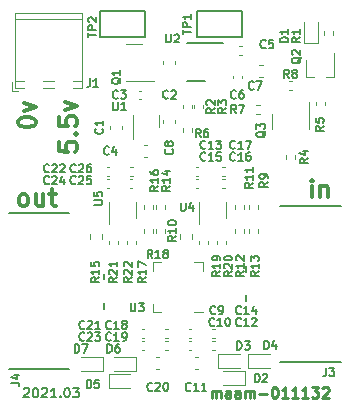
<source format=gto>
%TF.GenerationSoftware,KiCad,Pcbnew,5.99.0-unknown-b691c18bfc~117~ubuntu20.10.1*%
%TF.CreationDate,2021-03-07T12:14:31-07:00*%
%TF.ProjectId,maam-011132,6d61616d-2d30-4313-9131-33322e6b6963,rev?*%
%TF.SameCoordinates,Original*%
%TF.FileFunction,Legend,Top*%
%TF.FilePolarity,Positive*%
%FSLAX46Y46*%
G04 Gerber Fmt 4.6, Leading zero omitted, Abs format (unit mm)*
G04 Created by KiCad (PCBNEW 5.99.0-unknown-b691c18bfc~117~ubuntu20.10.1) date 2021-03-07 12:14:31*
%MOMM*%
%LPD*%
G01*
G04 APERTURE LIST*
%ADD10C,0.300000*%
%ADD11C,0.225000*%
%ADD12C,0.150000*%
%ADD13C,0.120000*%
G04 APERTURE END LIST*
D10*
X100535714Y-61928571D02*
X100392857Y-61857142D01*
X100321428Y-61785714D01*
X100250000Y-61642857D01*
X100250000Y-61214285D01*
X100321428Y-61071428D01*
X100392857Y-61000000D01*
X100535714Y-60928571D01*
X100750000Y-60928571D01*
X100892857Y-61000000D01*
X100964285Y-61071428D01*
X101035714Y-61214285D01*
X101035714Y-61642857D01*
X100964285Y-61785714D01*
X100892857Y-61857142D01*
X100750000Y-61928571D01*
X100535714Y-61928571D01*
X102321428Y-60928571D02*
X102321428Y-61928571D01*
X101678571Y-60928571D02*
X101678571Y-61714285D01*
X101750000Y-61857142D01*
X101892857Y-61928571D01*
X102107142Y-61928571D01*
X102250000Y-61857142D01*
X102321428Y-61785714D01*
X102821428Y-60928571D02*
X103392857Y-60928571D01*
X103035714Y-60428571D02*
X103035714Y-61714285D01*
X103107142Y-61857142D01*
X103250000Y-61928571D01*
X103392857Y-61928571D01*
X125071428Y-61178571D02*
X125071428Y-60178571D01*
X125071428Y-59678571D02*
X125000000Y-59750000D01*
X125071428Y-59821428D01*
X125142857Y-59750000D01*
X125071428Y-59678571D01*
X125071428Y-59821428D01*
X125785714Y-60178571D02*
X125785714Y-61178571D01*
X125785714Y-60321428D02*
X125857142Y-60250000D01*
X126000000Y-60178571D01*
X126214285Y-60178571D01*
X126357142Y-60250000D01*
X126428571Y-60392857D01*
X126428571Y-61178571D01*
X100178571Y-54882857D02*
X100178571Y-54740000D01*
X100250000Y-54597142D01*
X100321428Y-54525714D01*
X100464285Y-54454285D01*
X100750000Y-54382857D01*
X101107142Y-54382857D01*
X101392857Y-54454285D01*
X101535714Y-54525714D01*
X101607142Y-54597142D01*
X101678571Y-54740000D01*
X101678571Y-54882857D01*
X101607142Y-55025714D01*
X101535714Y-55097142D01*
X101392857Y-55168571D01*
X101107142Y-55240000D01*
X100750000Y-55240000D01*
X100464285Y-55168571D01*
X100321428Y-55097142D01*
X100250000Y-55025714D01*
X100178571Y-54882857D01*
X100678571Y-53882857D02*
X101678571Y-53525714D01*
X100678571Y-53168571D01*
D11*
X116571428Y-78157142D02*
X116571428Y-77557142D01*
X116571428Y-77642857D02*
X116614285Y-77600000D01*
X116700000Y-77557142D01*
X116828571Y-77557142D01*
X116914285Y-77600000D01*
X116957142Y-77685714D01*
X116957142Y-78157142D01*
X116957142Y-77685714D02*
X117000000Y-77600000D01*
X117085714Y-77557142D01*
X117214285Y-77557142D01*
X117300000Y-77600000D01*
X117342857Y-77685714D01*
X117342857Y-78157142D01*
X118157142Y-78157142D02*
X118157142Y-77685714D01*
X118114285Y-77600000D01*
X118028571Y-77557142D01*
X117857142Y-77557142D01*
X117771428Y-77600000D01*
X118157142Y-78114285D02*
X118071428Y-78157142D01*
X117857142Y-78157142D01*
X117771428Y-78114285D01*
X117728571Y-78028571D01*
X117728571Y-77942857D01*
X117771428Y-77857142D01*
X117857142Y-77814285D01*
X118071428Y-77814285D01*
X118157142Y-77771428D01*
X118971428Y-78157142D02*
X118971428Y-77685714D01*
X118928571Y-77600000D01*
X118842857Y-77557142D01*
X118671428Y-77557142D01*
X118585714Y-77600000D01*
X118971428Y-78114285D02*
X118885714Y-78157142D01*
X118671428Y-78157142D01*
X118585714Y-78114285D01*
X118542857Y-78028571D01*
X118542857Y-77942857D01*
X118585714Y-77857142D01*
X118671428Y-77814285D01*
X118885714Y-77814285D01*
X118971428Y-77771428D01*
X119400000Y-78157142D02*
X119400000Y-77557142D01*
X119400000Y-77642857D02*
X119442857Y-77600000D01*
X119528571Y-77557142D01*
X119657142Y-77557142D01*
X119742857Y-77600000D01*
X119785714Y-77685714D01*
X119785714Y-78157142D01*
X119785714Y-77685714D02*
X119828571Y-77600000D01*
X119914285Y-77557142D01*
X120042857Y-77557142D01*
X120128571Y-77600000D01*
X120171428Y-77685714D01*
X120171428Y-78157142D01*
X120600000Y-77814285D02*
X121285714Y-77814285D01*
X121885714Y-77257142D02*
X121971428Y-77257142D01*
X122057142Y-77300000D01*
X122100000Y-77342857D01*
X122142857Y-77428571D01*
X122185714Y-77600000D01*
X122185714Y-77814285D01*
X122142857Y-77985714D01*
X122100000Y-78071428D01*
X122057142Y-78114285D01*
X121971428Y-78157142D01*
X121885714Y-78157142D01*
X121800000Y-78114285D01*
X121757142Y-78071428D01*
X121714285Y-77985714D01*
X121671428Y-77814285D01*
X121671428Y-77600000D01*
X121714285Y-77428571D01*
X121757142Y-77342857D01*
X121800000Y-77300000D01*
X121885714Y-77257142D01*
X123042857Y-78157142D02*
X122528571Y-78157142D01*
X122785714Y-78157142D02*
X122785714Y-77257142D01*
X122700000Y-77385714D01*
X122614285Y-77471428D01*
X122528571Y-77514285D01*
X123900000Y-78157142D02*
X123385714Y-78157142D01*
X123642857Y-78157142D02*
X123642857Y-77257142D01*
X123557142Y-77385714D01*
X123471428Y-77471428D01*
X123385714Y-77514285D01*
X124757142Y-78157142D02*
X124242857Y-78157142D01*
X124500000Y-78157142D02*
X124500000Y-77257142D01*
X124414285Y-77385714D01*
X124328571Y-77471428D01*
X124242857Y-77514285D01*
X125057142Y-77257142D02*
X125614285Y-77257142D01*
X125314285Y-77600000D01*
X125442857Y-77600000D01*
X125528571Y-77642857D01*
X125571428Y-77685714D01*
X125614285Y-77771428D01*
X125614285Y-77985714D01*
X125571428Y-78071428D01*
X125528571Y-78114285D01*
X125442857Y-78157142D01*
X125185714Y-78157142D01*
X125100000Y-78114285D01*
X125057142Y-78071428D01*
X125957142Y-77342857D02*
X126000000Y-77300000D01*
X126085714Y-77257142D01*
X126300000Y-77257142D01*
X126385714Y-77300000D01*
X126428571Y-77342857D01*
X126471428Y-77428571D01*
X126471428Y-77514285D01*
X126428571Y-77642857D01*
X125914285Y-78157142D01*
X126471428Y-78157142D01*
D10*
X103678571Y-56525714D02*
X103678571Y-57240000D01*
X104392857Y-57311428D01*
X104321428Y-57240000D01*
X104250000Y-57097142D01*
X104250000Y-56740000D01*
X104321428Y-56597142D01*
X104392857Y-56525714D01*
X104535714Y-56454285D01*
X104892857Y-56454285D01*
X105035714Y-56525714D01*
X105107142Y-56597142D01*
X105178571Y-56740000D01*
X105178571Y-57097142D01*
X105107142Y-57240000D01*
X105035714Y-57311428D01*
X105035714Y-55811428D02*
X105107142Y-55740000D01*
X105178571Y-55811428D01*
X105107142Y-55882857D01*
X105035714Y-55811428D01*
X105178571Y-55811428D01*
X103678571Y-54382857D02*
X103678571Y-55097142D01*
X104392857Y-55168571D01*
X104321428Y-55097142D01*
X104250000Y-54954285D01*
X104250000Y-54597142D01*
X104321428Y-54454285D01*
X104392857Y-54382857D01*
X104535714Y-54311428D01*
X104892857Y-54311428D01*
X105035714Y-54382857D01*
X105107142Y-54454285D01*
X105178571Y-54597142D01*
X105178571Y-54954285D01*
X105107142Y-55097142D01*
X105035714Y-55168571D01*
X104178571Y-53811428D02*
X105178571Y-53454285D01*
X104178571Y-53097142D01*
D12*
X100676190Y-77388095D02*
X100714285Y-77350000D01*
X100790476Y-77311904D01*
X100980952Y-77311904D01*
X101057142Y-77350000D01*
X101095238Y-77388095D01*
X101133333Y-77464285D01*
X101133333Y-77540476D01*
X101095238Y-77654761D01*
X100638095Y-78111904D01*
X101133333Y-78111904D01*
X101628571Y-77311904D02*
X101704761Y-77311904D01*
X101780952Y-77350000D01*
X101819047Y-77388095D01*
X101857142Y-77464285D01*
X101895238Y-77616666D01*
X101895238Y-77807142D01*
X101857142Y-77959523D01*
X101819047Y-78035714D01*
X101780952Y-78073809D01*
X101704761Y-78111904D01*
X101628571Y-78111904D01*
X101552380Y-78073809D01*
X101514285Y-78035714D01*
X101476190Y-77959523D01*
X101438095Y-77807142D01*
X101438095Y-77616666D01*
X101476190Y-77464285D01*
X101514285Y-77388095D01*
X101552380Y-77350000D01*
X101628571Y-77311904D01*
X102200000Y-77388095D02*
X102238095Y-77350000D01*
X102314285Y-77311904D01*
X102504761Y-77311904D01*
X102580952Y-77350000D01*
X102619047Y-77388095D01*
X102657142Y-77464285D01*
X102657142Y-77540476D01*
X102619047Y-77654761D01*
X102161904Y-78111904D01*
X102657142Y-78111904D01*
X103419047Y-78111904D02*
X102961904Y-78111904D01*
X103190476Y-78111904D02*
X103190476Y-77311904D01*
X103114285Y-77426190D01*
X103038095Y-77502380D01*
X102961904Y-77540476D01*
X103761904Y-78035714D02*
X103800000Y-78073809D01*
X103761904Y-78111904D01*
X103723809Y-78073809D01*
X103761904Y-78035714D01*
X103761904Y-78111904D01*
X104295238Y-77311904D02*
X104371428Y-77311904D01*
X104447619Y-77350000D01*
X104485714Y-77388095D01*
X104523809Y-77464285D01*
X104561904Y-77616666D01*
X104561904Y-77807142D01*
X104523809Y-77959523D01*
X104485714Y-78035714D01*
X104447619Y-78073809D01*
X104371428Y-78111904D01*
X104295238Y-78111904D01*
X104219047Y-78073809D01*
X104180952Y-78035714D01*
X104142857Y-77959523D01*
X104104761Y-77807142D01*
X104104761Y-77616666D01*
X104142857Y-77464285D01*
X104180952Y-77388095D01*
X104219047Y-77350000D01*
X104295238Y-77311904D01*
X104828571Y-77311904D02*
X105323809Y-77311904D01*
X105057142Y-77616666D01*
X105171428Y-77616666D01*
X105247619Y-77654761D01*
X105285714Y-77692857D01*
X105323809Y-77769047D01*
X105323809Y-77959523D01*
X105285714Y-78035714D01*
X105247619Y-78073809D01*
X105171428Y-78111904D01*
X104942857Y-78111904D01*
X104866666Y-78073809D01*
X104828571Y-78035714D01*
%TO.C,J4*%
X99601667Y-76858333D02*
X100101667Y-76858333D01*
X100201667Y-76891666D01*
X100268334Y-76958333D01*
X100301667Y-77058333D01*
X100301667Y-77125000D01*
X99835001Y-76225000D02*
X100301667Y-76225000D01*
X99568334Y-76391666D02*
X100068334Y-76558333D01*
X100068334Y-76125000D01*
%TO.C,R7*%
X118633333Y-54056666D02*
X118400000Y-53723333D01*
X118233333Y-54056666D02*
X118233333Y-53356666D01*
X118500000Y-53356666D01*
X118566666Y-53390000D01*
X118600000Y-53423333D01*
X118633333Y-53490000D01*
X118633333Y-53590000D01*
X118600000Y-53656666D01*
X118566666Y-53690000D01*
X118500000Y-53723333D01*
X118233333Y-53723333D01*
X118866666Y-53356666D02*
X119333333Y-53356666D01*
X119033333Y-54056666D01*
%TO.C,D4*%
X121033333Y-74016666D02*
X121033333Y-73316666D01*
X121200000Y-73316666D01*
X121300000Y-73350000D01*
X121366666Y-73416666D01*
X121400000Y-73483333D01*
X121433333Y-73616666D01*
X121433333Y-73716666D01*
X121400000Y-73850000D01*
X121366666Y-73916666D01*
X121300000Y-73983333D01*
X121200000Y-74016666D01*
X121033333Y-74016666D01*
X122033333Y-73550000D02*
X122033333Y-74016666D01*
X121866666Y-73283333D02*
X121700000Y-73783333D01*
X122133333Y-73783333D01*
%TO.C,R9*%
X121316666Y-59866666D02*
X120983333Y-60100000D01*
X121316666Y-60266666D02*
X120616666Y-60266666D01*
X120616666Y-60000000D01*
X120650000Y-59933333D01*
X120683333Y-59900000D01*
X120750000Y-59866666D01*
X120850000Y-59866666D01*
X120916666Y-59900000D01*
X120950000Y-59933333D01*
X120983333Y-60000000D01*
X120983333Y-60266666D01*
X121316666Y-59533333D02*
X121316666Y-59400000D01*
X121283333Y-59333333D01*
X121250000Y-59300000D01*
X121150000Y-59233333D01*
X121016666Y-59200000D01*
X120750000Y-59200000D01*
X120683333Y-59233333D01*
X120650000Y-59266666D01*
X120616666Y-59333333D01*
X120616666Y-59466666D01*
X120650000Y-59533333D01*
X120683333Y-59566666D01*
X120750000Y-59600000D01*
X120916666Y-59600000D01*
X120983333Y-59566666D01*
X121016666Y-59533333D01*
X121050000Y-59466666D01*
X121050000Y-59333333D01*
X121016666Y-59266666D01*
X120983333Y-59233333D01*
X120916666Y-59200000D01*
%TO.C,R11*%
X120066666Y-59950000D02*
X119733333Y-60183333D01*
X120066666Y-60350000D02*
X119366666Y-60350000D01*
X119366666Y-60083333D01*
X119400000Y-60016666D01*
X119433333Y-59983333D01*
X119500000Y-59950000D01*
X119600000Y-59950000D01*
X119666666Y-59983333D01*
X119700000Y-60016666D01*
X119733333Y-60083333D01*
X119733333Y-60350000D01*
X120066666Y-59283333D02*
X120066666Y-59683333D01*
X120066666Y-59483333D02*
X119366666Y-59483333D01*
X119466666Y-59550000D01*
X119533333Y-59616666D01*
X119566666Y-59683333D01*
X120066666Y-58616666D02*
X120066666Y-59016666D01*
X120066666Y-58816666D02*
X119366666Y-58816666D01*
X119466666Y-58883333D01*
X119533333Y-58950000D01*
X119566666Y-59016666D01*
%TO.C,R14*%
X113066666Y-60200000D02*
X112733333Y-60433333D01*
X113066666Y-60600000D02*
X112366666Y-60600000D01*
X112366666Y-60333333D01*
X112400000Y-60266666D01*
X112433333Y-60233333D01*
X112500000Y-60200000D01*
X112600000Y-60200000D01*
X112666666Y-60233333D01*
X112700000Y-60266666D01*
X112733333Y-60333333D01*
X112733333Y-60600000D01*
X113066666Y-59533333D02*
X113066666Y-59933333D01*
X113066666Y-59733333D02*
X112366666Y-59733333D01*
X112466666Y-59800000D01*
X112533333Y-59866666D01*
X112566666Y-59933333D01*
X112600000Y-58933333D02*
X113066666Y-58933333D01*
X112333333Y-59100000D02*
X112833333Y-59266666D01*
X112833333Y-58833333D01*
%TO.C,R3*%
X117816666Y-53606666D02*
X117483333Y-53840000D01*
X117816666Y-54006666D02*
X117116666Y-54006666D01*
X117116666Y-53740000D01*
X117150000Y-53673333D01*
X117183333Y-53640000D01*
X117250000Y-53606666D01*
X117350000Y-53606666D01*
X117416666Y-53640000D01*
X117450000Y-53673333D01*
X117483333Y-53740000D01*
X117483333Y-54006666D01*
X117116666Y-53373333D02*
X117116666Y-52940000D01*
X117383333Y-53173333D01*
X117383333Y-53073333D01*
X117416666Y-53006666D01*
X117450000Y-52973333D01*
X117516666Y-52940000D01*
X117683333Y-52940000D01*
X117750000Y-52973333D01*
X117783333Y-53006666D01*
X117816666Y-53073333D01*
X117816666Y-53273333D01*
X117783333Y-53340000D01*
X117750000Y-53373333D01*
%TO.C,Q2*%
X124133333Y-49316666D02*
X124100000Y-49383333D01*
X124033333Y-49450000D01*
X123933333Y-49550000D01*
X123900000Y-49616666D01*
X123900000Y-49683333D01*
X124066666Y-49650000D02*
X124033333Y-49716666D01*
X123966666Y-49783333D01*
X123833333Y-49816666D01*
X123600000Y-49816666D01*
X123466666Y-49783333D01*
X123400000Y-49716666D01*
X123366666Y-49650000D01*
X123366666Y-49516666D01*
X123400000Y-49450000D01*
X123466666Y-49383333D01*
X123600000Y-49350000D01*
X123833333Y-49350000D01*
X123966666Y-49383333D01*
X124033333Y-49450000D01*
X124066666Y-49516666D01*
X124066666Y-49650000D01*
X123433333Y-49083333D02*
X123400000Y-49050000D01*
X123366666Y-48983333D01*
X123366666Y-48816666D01*
X123400000Y-48750000D01*
X123433333Y-48716666D01*
X123500000Y-48683333D01*
X123566666Y-48683333D01*
X123666666Y-48716666D01*
X124066666Y-49116666D01*
X124066666Y-48683333D01*
%TO.C,R16*%
X112066666Y-60200000D02*
X111733333Y-60433333D01*
X112066666Y-60600000D02*
X111366666Y-60600000D01*
X111366666Y-60333333D01*
X111400000Y-60266666D01*
X111433333Y-60233333D01*
X111500000Y-60200000D01*
X111600000Y-60200000D01*
X111666666Y-60233333D01*
X111700000Y-60266666D01*
X111733333Y-60333333D01*
X111733333Y-60600000D01*
X112066666Y-59533333D02*
X112066666Y-59933333D01*
X112066666Y-59733333D02*
X111366666Y-59733333D01*
X111466666Y-59800000D01*
X111533333Y-59866666D01*
X111566666Y-59933333D01*
X111366666Y-58933333D02*
X111366666Y-59066666D01*
X111400000Y-59133333D01*
X111433333Y-59166666D01*
X111533333Y-59233333D01*
X111666666Y-59266666D01*
X111933333Y-59266666D01*
X112000000Y-59233333D01*
X112033333Y-59200000D01*
X112066666Y-59133333D01*
X112066666Y-59000000D01*
X112033333Y-58933333D01*
X112000000Y-58900000D01*
X111933333Y-58866666D01*
X111766666Y-58866666D01*
X111700000Y-58900000D01*
X111666666Y-58933333D01*
X111633333Y-59000000D01*
X111633333Y-59133333D01*
X111666666Y-59200000D01*
X111700000Y-59233333D01*
X111766666Y-59266666D01*
%TO.C,C12*%
X119050000Y-72000000D02*
X119016666Y-72033333D01*
X118916666Y-72066666D01*
X118850000Y-72066666D01*
X118750000Y-72033333D01*
X118683333Y-71966666D01*
X118650000Y-71900000D01*
X118616666Y-71766666D01*
X118616666Y-71666666D01*
X118650000Y-71533333D01*
X118683333Y-71466666D01*
X118750000Y-71400000D01*
X118850000Y-71366666D01*
X118916666Y-71366666D01*
X119016666Y-71400000D01*
X119050000Y-71433333D01*
X119716666Y-72066666D02*
X119316666Y-72066666D01*
X119516666Y-72066666D02*
X119516666Y-71366666D01*
X119450000Y-71466666D01*
X119383333Y-71533333D01*
X119316666Y-71566666D01*
X119983333Y-71433333D02*
X120016666Y-71400000D01*
X120083333Y-71366666D01*
X120250000Y-71366666D01*
X120316666Y-71400000D01*
X120350000Y-71433333D01*
X120383333Y-71500000D01*
X120383333Y-71566666D01*
X120350000Y-71666666D01*
X119950000Y-72066666D01*
X120383333Y-72066666D01*
%TO.C,C3*%
X108633333Y-52740000D02*
X108600000Y-52773333D01*
X108500000Y-52806666D01*
X108433333Y-52806666D01*
X108333333Y-52773333D01*
X108266666Y-52706666D01*
X108233333Y-52640000D01*
X108200000Y-52506666D01*
X108200000Y-52406666D01*
X108233333Y-52273333D01*
X108266666Y-52206666D01*
X108333333Y-52140000D01*
X108433333Y-52106666D01*
X108500000Y-52106666D01*
X108600000Y-52140000D01*
X108633333Y-52173333D01*
X108866666Y-52106666D02*
X109300000Y-52106666D01*
X109066666Y-52373333D01*
X109166666Y-52373333D01*
X109233333Y-52406666D01*
X109266666Y-52440000D01*
X109300000Y-52506666D01*
X109300000Y-52673333D01*
X109266666Y-52740000D01*
X109233333Y-52773333D01*
X109166666Y-52806666D01*
X108966666Y-52806666D01*
X108900000Y-52773333D01*
X108866666Y-52740000D01*
%TO.C,C25*%
X105050000Y-60000000D02*
X105016666Y-60033333D01*
X104916666Y-60066666D01*
X104850000Y-60066666D01*
X104750000Y-60033333D01*
X104683333Y-59966666D01*
X104650000Y-59900000D01*
X104616666Y-59766666D01*
X104616666Y-59666666D01*
X104650000Y-59533333D01*
X104683333Y-59466666D01*
X104750000Y-59400000D01*
X104850000Y-59366666D01*
X104916666Y-59366666D01*
X105016666Y-59400000D01*
X105050000Y-59433333D01*
X105316666Y-59433333D02*
X105350000Y-59400000D01*
X105416666Y-59366666D01*
X105583333Y-59366666D01*
X105650000Y-59400000D01*
X105683333Y-59433333D01*
X105716666Y-59500000D01*
X105716666Y-59566666D01*
X105683333Y-59666666D01*
X105283333Y-60066666D01*
X105716666Y-60066666D01*
X106350000Y-59366666D02*
X106016666Y-59366666D01*
X105983333Y-59700000D01*
X106016666Y-59666666D01*
X106083333Y-59633333D01*
X106250000Y-59633333D01*
X106316666Y-59666666D01*
X106350000Y-59700000D01*
X106383333Y-59766666D01*
X106383333Y-59933333D01*
X106350000Y-60000000D01*
X106316666Y-60033333D01*
X106250000Y-60066666D01*
X106083333Y-60066666D01*
X106016666Y-60033333D01*
X105983333Y-60000000D01*
%TO.C,C19*%
X108050000Y-73250000D02*
X108016666Y-73283333D01*
X107916666Y-73316666D01*
X107850000Y-73316666D01*
X107750000Y-73283333D01*
X107683333Y-73216666D01*
X107650000Y-73150000D01*
X107616666Y-73016666D01*
X107616666Y-72916666D01*
X107650000Y-72783333D01*
X107683333Y-72716666D01*
X107750000Y-72650000D01*
X107850000Y-72616666D01*
X107916666Y-72616666D01*
X108016666Y-72650000D01*
X108050000Y-72683333D01*
X108716666Y-73316666D02*
X108316666Y-73316666D01*
X108516666Y-73316666D02*
X108516666Y-72616666D01*
X108450000Y-72716666D01*
X108383333Y-72783333D01*
X108316666Y-72816666D01*
X109050000Y-73316666D02*
X109183333Y-73316666D01*
X109250000Y-73283333D01*
X109283333Y-73250000D01*
X109350000Y-73150000D01*
X109383333Y-73016666D01*
X109383333Y-72750000D01*
X109350000Y-72683333D01*
X109316666Y-72650000D01*
X109250000Y-72616666D01*
X109116666Y-72616666D01*
X109050000Y-72650000D01*
X109016666Y-72683333D01*
X108983333Y-72750000D01*
X108983333Y-72916666D01*
X109016666Y-72983333D01*
X109050000Y-73016666D01*
X109116666Y-73050000D01*
X109250000Y-73050000D01*
X109316666Y-73016666D01*
X109350000Y-72983333D01*
X109383333Y-72916666D01*
%TO.C,C2*%
X112883333Y-52740000D02*
X112850000Y-52773333D01*
X112750000Y-52806666D01*
X112683333Y-52806666D01*
X112583333Y-52773333D01*
X112516666Y-52706666D01*
X112483333Y-52640000D01*
X112450000Y-52506666D01*
X112450000Y-52406666D01*
X112483333Y-52273333D01*
X112516666Y-52206666D01*
X112583333Y-52140000D01*
X112683333Y-52106666D01*
X112750000Y-52106666D01*
X112850000Y-52140000D01*
X112883333Y-52173333D01*
X113150000Y-52173333D02*
X113183333Y-52140000D01*
X113250000Y-52106666D01*
X113416666Y-52106666D01*
X113483333Y-52140000D01*
X113516666Y-52173333D01*
X113550000Y-52240000D01*
X113550000Y-52306666D01*
X113516666Y-52406666D01*
X113116666Y-52806666D01*
X113550000Y-52806666D01*
%TO.C,C15*%
X116050000Y-58000000D02*
X116016666Y-58033333D01*
X115916666Y-58066666D01*
X115850000Y-58066666D01*
X115750000Y-58033333D01*
X115683333Y-57966666D01*
X115650000Y-57900000D01*
X115616666Y-57766666D01*
X115616666Y-57666666D01*
X115650000Y-57533333D01*
X115683333Y-57466666D01*
X115750000Y-57400000D01*
X115850000Y-57366666D01*
X115916666Y-57366666D01*
X116016666Y-57400000D01*
X116050000Y-57433333D01*
X116716666Y-58066666D02*
X116316666Y-58066666D01*
X116516666Y-58066666D02*
X116516666Y-57366666D01*
X116450000Y-57466666D01*
X116383333Y-57533333D01*
X116316666Y-57566666D01*
X117350000Y-57366666D02*
X117016666Y-57366666D01*
X116983333Y-57700000D01*
X117016666Y-57666666D01*
X117083333Y-57633333D01*
X117250000Y-57633333D01*
X117316666Y-57666666D01*
X117350000Y-57700000D01*
X117383333Y-57766666D01*
X117383333Y-57933333D01*
X117350000Y-58000000D01*
X117316666Y-58033333D01*
X117250000Y-58066666D01*
X117083333Y-58066666D01*
X117016666Y-58033333D01*
X116983333Y-58000000D01*
%TO.C,C4*%
X107883333Y-57490000D02*
X107850000Y-57523333D01*
X107750000Y-57556666D01*
X107683333Y-57556666D01*
X107583333Y-57523333D01*
X107516666Y-57456666D01*
X107483333Y-57390000D01*
X107450000Y-57256666D01*
X107450000Y-57156666D01*
X107483333Y-57023333D01*
X107516666Y-56956666D01*
X107583333Y-56890000D01*
X107683333Y-56856666D01*
X107750000Y-56856666D01*
X107850000Y-56890000D01*
X107883333Y-56923333D01*
X108483333Y-57090000D02*
X108483333Y-57556666D01*
X108316666Y-56823333D02*
X108150000Y-57323333D01*
X108583333Y-57323333D01*
%TO.C,R19*%
X117316666Y-67450000D02*
X116983333Y-67683333D01*
X117316666Y-67850000D02*
X116616666Y-67850000D01*
X116616666Y-67583333D01*
X116650000Y-67516666D01*
X116683333Y-67483333D01*
X116750000Y-67450000D01*
X116850000Y-67450000D01*
X116916666Y-67483333D01*
X116950000Y-67516666D01*
X116983333Y-67583333D01*
X116983333Y-67850000D01*
X117316666Y-66783333D02*
X117316666Y-67183333D01*
X117316666Y-66983333D02*
X116616666Y-66983333D01*
X116716666Y-67050000D01*
X116783333Y-67116666D01*
X116816666Y-67183333D01*
X117316666Y-66450000D02*
X117316666Y-66316666D01*
X117283333Y-66250000D01*
X117250000Y-66216666D01*
X117150000Y-66150000D01*
X117016666Y-66116666D01*
X116750000Y-66116666D01*
X116683333Y-66150000D01*
X116650000Y-66183333D01*
X116616666Y-66250000D01*
X116616666Y-66383333D01*
X116650000Y-66450000D01*
X116683333Y-66483333D01*
X116750000Y-66516666D01*
X116916666Y-66516666D01*
X116983333Y-66483333D01*
X117016666Y-66450000D01*
X117050000Y-66383333D01*
X117050000Y-66250000D01*
X117016666Y-66183333D01*
X116983333Y-66150000D01*
X116916666Y-66116666D01*
%TO.C,J3*%
X126266666Y-75591666D02*
X126266666Y-76091666D01*
X126233333Y-76191666D01*
X126166666Y-76258333D01*
X126066666Y-76291666D01*
X126000000Y-76291666D01*
X126533333Y-75591666D02*
X126966666Y-75591666D01*
X126733333Y-75858333D01*
X126833333Y-75858333D01*
X126900000Y-75891666D01*
X126933333Y-75925000D01*
X126966666Y-75991666D01*
X126966666Y-76158333D01*
X126933333Y-76225000D01*
X126900000Y-76258333D01*
X126833333Y-76291666D01*
X126633333Y-76291666D01*
X126566666Y-76258333D01*
X126533333Y-76225000D01*
%TO.C,C18*%
X108050000Y-72250000D02*
X108016666Y-72283333D01*
X107916666Y-72316666D01*
X107850000Y-72316666D01*
X107750000Y-72283333D01*
X107683333Y-72216666D01*
X107650000Y-72150000D01*
X107616666Y-72016666D01*
X107616666Y-71916666D01*
X107650000Y-71783333D01*
X107683333Y-71716666D01*
X107750000Y-71650000D01*
X107850000Y-71616666D01*
X107916666Y-71616666D01*
X108016666Y-71650000D01*
X108050000Y-71683333D01*
X108716666Y-72316666D02*
X108316666Y-72316666D01*
X108516666Y-72316666D02*
X108516666Y-71616666D01*
X108450000Y-71716666D01*
X108383333Y-71783333D01*
X108316666Y-71816666D01*
X109116666Y-71916666D02*
X109050000Y-71883333D01*
X109016666Y-71850000D01*
X108983333Y-71783333D01*
X108983333Y-71750000D01*
X109016666Y-71683333D01*
X109050000Y-71650000D01*
X109116666Y-71616666D01*
X109250000Y-71616666D01*
X109316666Y-71650000D01*
X109350000Y-71683333D01*
X109383333Y-71750000D01*
X109383333Y-71783333D01*
X109350000Y-71850000D01*
X109316666Y-71883333D01*
X109250000Y-71916666D01*
X109116666Y-71916666D01*
X109050000Y-71950000D01*
X109016666Y-71983333D01*
X108983333Y-72050000D01*
X108983333Y-72183333D01*
X109016666Y-72250000D01*
X109050000Y-72283333D01*
X109116666Y-72316666D01*
X109250000Y-72316666D01*
X109316666Y-72283333D01*
X109350000Y-72250000D01*
X109383333Y-72183333D01*
X109383333Y-72050000D01*
X109350000Y-71983333D01*
X109316666Y-71950000D01*
X109250000Y-71916666D01*
%TO.C,TP2*%
X106116666Y-47623333D02*
X106116666Y-47223333D01*
X106816666Y-47423333D02*
X106116666Y-47423333D01*
X106816666Y-46990000D02*
X106116666Y-46990000D01*
X106116666Y-46723333D01*
X106150000Y-46656666D01*
X106183333Y-46623333D01*
X106250000Y-46590000D01*
X106350000Y-46590000D01*
X106416666Y-46623333D01*
X106450000Y-46656666D01*
X106483333Y-46723333D01*
X106483333Y-46990000D01*
X106183333Y-46323333D02*
X106150000Y-46290000D01*
X106116666Y-46223333D01*
X106116666Y-46056666D01*
X106150000Y-45990000D01*
X106183333Y-45956666D01*
X106250000Y-45923333D01*
X106316666Y-45923333D01*
X106416666Y-45956666D01*
X106816666Y-46356666D01*
X106816666Y-45923333D01*
%TO.C,C21*%
X105800000Y-72250000D02*
X105766666Y-72283333D01*
X105666666Y-72316666D01*
X105600000Y-72316666D01*
X105500000Y-72283333D01*
X105433333Y-72216666D01*
X105400000Y-72150000D01*
X105366666Y-72016666D01*
X105366666Y-71916666D01*
X105400000Y-71783333D01*
X105433333Y-71716666D01*
X105500000Y-71650000D01*
X105600000Y-71616666D01*
X105666666Y-71616666D01*
X105766666Y-71650000D01*
X105800000Y-71683333D01*
X106066666Y-71683333D02*
X106100000Y-71650000D01*
X106166666Y-71616666D01*
X106333333Y-71616666D01*
X106400000Y-71650000D01*
X106433333Y-71683333D01*
X106466666Y-71750000D01*
X106466666Y-71816666D01*
X106433333Y-71916666D01*
X106033333Y-72316666D01*
X106466666Y-72316666D01*
X107133333Y-72316666D02*
X106733333Y-72316666D01*
X106933333Y-72316666D02*
X106933333Y-71616666D01*
X106866666Y-71716666D01*
X106800000Y-71783333D01*
X106733333Y-71816666D01*
%TO.C,C14*%
X119050000Y-71000000D02*
X119016666Y-71033333D01*
X118916666Y-71066666D01*
X118850000Y-71066666D01*
X118750000Y-71033333D01*
X118683333Y-70966666D01*
X118650000Y-70900000D01*
X118616666Y-70766666D01*
X118616666Y-70666666D01*
X118650000Y-70533333D01*
X118683333Y-70466666D01*
X118750000Y-70400000D01*
X118850000Y-70366666D01*
X118916666Y-70366666D01*
X119016666Y-70400000D01*
X119050000Y-70433333D01*
X119716666Y-71066666D02*
X119316666Y-71066666D01*
X119516666Y-71066666D02*
X119516666Y-70366666D01*
X119450000Y-70466666D01*
X119383333Y-70533333D01*
X119316666Y-70566666D01*
X120316666Y-70600000D02*
X120316666Y-71066666D01*
X120150000Y-70333333D02*
X119983333Y-70833333D01*
X120416666Y-70833333D01*
%TO.C,R10*%
X113566666Y-64450000D02*
X113233333Y-64683333D01*
X113566666Y-64850000D02*
X112866666Y-64850000D01*
X112866666Y-64583333D01*
X112900000Y-64516666D01*
X112933333Y-64483333D01*
X113000000Y-64450000D01*
X113100000Y-64450000D01*
X113166666Y-64483333D01*
X113200000Y-64516666D01*
X113233333Y-64583333D01*
X113233333Y-64850000D01*
X113566666Y-63783333D02*
X113566666Y-64183333D01*
X113566666Y-63983333D02*
X112866666Y-63983333D01*
X112966666Y-64050000D01*
X113033333Y-64116666D01*
X113066666Y-64183333D01*
X112866666Y-63350000D02*
X112866666Y-63283333D01*
X112900000Y-63216666D01*
X112933333Y-63183333D01*
X113000000Y-63150000D01*
X113133333Y-63116666D01*
X113300000Y-63116666D01*
X113433333Y-63150000D01*
X113500000Y-63183333D01*
X113533333Y-63216666D01*
X113566666Y-63283333D01*
X113566666Y-63350000D01*
X113533333Y-63416666D01*
X113500000Y-63450000D01*
X113433333Y-63483333D01*
X113300000Y-63516666D01*
X113133333Y-63516666D01*
X113000000Y-63483333D01*
X112933333Y-63450000D01*
X112900000Y-63416666D01*
X112866666Y-63350000D01*
%TO.C,R1*%
X124066666Y-47616666D02*
X123733333Y-47850000D01*
X124066666Y-48016666D02*
X123366666Y-48016666D01*
X123366666Y-47750000D01*
X123400000Y-47683333D01*
X123433333Y-47650000D01*
X123500000Y-47616666D01*
X123600000Y-47616666D01*
X123666666Y-47650000D01*
X123700000Y-47683333D01*
X123733333Y-47750000D01*
X123733333Y-48016666D01*
X124066666Y-46950000D02*
X124066666Y-47350000D01*
X124066666Y-47150000D02*
X123366666Y-47150000D01*
X123466666Y-47216666D01*
X123533333Y-47283333D01*
X123566666Y-47350000D01*
%TO.C,C17*%
X118550000Y-57000000D02*
X118516666Y-57033333D01*
X118416666Y-57066666D01*
X118350000Y-57066666D01*
X118250000Y-57033333D01*
X118183333Y-56966666D01*
X118150000Y-56900000D01*
X118116666Y-56766666D01*
X118116666Y-56666666D01*
X118150000Y-56533333D01*
X118183333Y-56466666D01*
X118250000Y-56400000D01*
X118350000Y-56366666D01*
X118416666Y-56366666D01*
X118516666Y-56400000D01*
X118550000Y-56433333D01*
X119216666Y-57066666D02*
X118816666Y-57066666D01*
X119016666Y-57066666D02*
X119016666Y-56366666D01*
X118950000Y-56466666D01*
X118883333Y-56533333D01*
X118816666Y-56566666D01*
X119450000Y-56366666D02*
X119916666Y-56366666D01*
X119616666Y-57066666D01*
%TO.C,R20*%
X118316666Y-67450000D02*
X117983333Y-67683333D01*
X118316666Y-67850000D02*
X117616666Y-67850000D01*
X117616666Y-67583333D01*
X117650000Y-67516666D01*
X117683333Y-67483333D01*
X117750000Y-67450000D01*
X117850000Y-67450000D01*
X117916666Y-67483333D01*
X117950000Y-67516666D01*
X117983333Y-67583333D01*
X117983333Y-67850000D01*
X117683333Y-67183333D02*
X117650000Y-67150000D01*
X117616666Y-67083333D01*
X117616666Y-66916666D01*
X117650000Y-66850000D01*
X117683333Y-66816666D01*
X117750000Y-66783333D01*
X117816666Y-66783333D01*
X117916666Y-66816666D01*
X118316666Y-67216666D01*
X118316666Y-66783333D01*
X117616666Y-66350000D02*
X117616666Y-66283333D01*
X117650000Y-66216666D01*
X117683333Y-66183333D01*
X117750000Y-66150000D01*
X117883333Y-66116666D01*
X118050000Y-66116666D01*
X118183333Y-66150000D01*
X118250000Y-66183333D01*
X118283333Y-66216666D01*
X118316666Y-66283333D01*
X118316666Y-66350000D01*
X118283333Y-66416666D01*
X118250000Y-66450000D01*
X118183333Y-66483333D01*
X118050000Y-66516666D01*
X117883333Y-66516666D01*
X117750000Y-66483333D01*
X117683333Y-66450000D01*
X117650000Y-66416666D01*
X117616666Y-66350000D01*
%TO.C,U4*%
X113966666Y-61616666D02*
X113966666Y-62183333D01*
X114000000Y-62250000D01*
X114033333Y-62283333D01*
X114100000Y-62316666D01*
X114233333Y-62316666D01*
X114300000Y-62283333D01*
X114333333Y-62250000D01*
X114366666Y-62183333D01*
X114366666Y-61616666D01*
X115000000Y-61850000D02*
X115000000Y-62316666D01*
X114833333Y-61583333D02*
X114666666Y-62083333D01*
X115100000Y-62083333D01*
%TO.C,C1*%
X107320000Y-55356666D02*
X107353333Y-55390000D01*
X107386666Y-55490000D01*
X107386666Y-55556666D01*
X107353333Y-55656666D01*
X107286666Y-55723333D01*
X107220000Y-55756666D01*
X107086666Y-55790000D01*
X106986666Y-55790000D01*
X106853333Y-55756666D01*
X106786666Y-55723333D01*
X106720000Y-55656666D01*
X106686666Y-55556666D01*
X106686666Y-55490000D01*
X106720000Y-55390000D01*
X106753333Y-55356666D01*
X107386666Y-54690000D02*
X107386666Y-55090000D01*
X107386666Y-54890000D02*
X106686666Y-54890000D01*
X106786666Y-54956666D01*
X106853333Y-55023333D01*
X106886666Y-55090000D01*
%TO.C,R12*%
X119316666Y-67425000D02*
X118983333Y-67658333D01*
X119316666Y-67825000D02*
X118616666Y-67825000D01*
X118616666Y-67558333D01*
X118650000Y-67491666D01*
X118683333Y-67458333D01*
X118750000Y-67425000D01*
X118850000Y-67425000D01*
X118916666Y-67458333D01*
X118950000Y-67491666D01*
X118983333Y-67558333D01*
X118983333Y-67825000D01*
X119316666Y-66758333D02*
X119316666Y-67158333D01*
X119316666Y-66958333D02*
X118616666Y-66958333D01*
X118716666Y-67025000D01*
X118783333Y-67091666D01*
X118816666Y-67158333D01*
X118683333Y-66491666D02*
X118650000Y-66458333D01*
X118616666Y-66391666D01*
X118616666Y-66225000D01*
X118650000Y-66158333D01*
X118683333Y-66125000D01*
X118750000Y-66091666D01*
X118816666Y-66091666D01*
X118916666Y-66125000D01*
X119316666Y-66525000D01*
X119316666Y-66091666D01*
%TO.C,C13*%
X116050000Y-57000000D02*
X116016666Y-57033333D01*
X115916666Y-57066666D01*
X115850000Y-57066666D01*
X115750000Y-57033333D01*
X115683333Y-56966666D01*
X115650000Y-56900000D01*
X115616666Y-56766666D01*
X115616666Y-56666666D01*
X115650000Y-56533333D01*
X115683333Y-56466666D01*
X115750000Y-56400000D01*
X115850000Y-56366666D01*
X115916666Y-56366666D01*
X116016666Y-56400000D01*
X116050000Y-56433333D01*
X116716666Y-57066666D02*
X116316666Y-57066666D01*
X116516666Y-57066666D02*
X116516666Y-56366666D01*
X116450000Y-56466666D01*
X116383333Y-56533333D01*
X116316666Y-56566666D01*
X116950000Y-56366666D02*
X117383333Y-56366666D01*
X117150000Y-56633333D01*
X117250000Y-56633333D01*
X117316666Y-56666666D01*
X117350000Y-56700000D01*
X117383333Y-56766666D01*
X117383333Y-56933333D01*
X117350000Y-57000000D01*
X117316666Y-57033333D01*
X117250000Y-57066666D01*
X117050000Y-57066666D01*
X116983333Y-57033333D01*
X116950000Y-57000000D01*
%TO.C,R15*%
X107066666Y-67950000D02*
X106733333Y-68183333D01*
X107066666Y-68350000D02*
X106366666Y-68350000D01*
X106366666Y-68083333D01*
X106400000Y-68016666D01*
X106433333Y-67983333D01*
X106500000Y-67950000D01*
X106600000Y-67950000D01*
X106666666Y-67983333D01*
X106700000Y-68016666D01*
X106733333Y-68083333D01*
X106733333Y-68350000D01*
X107066666Y-67283333D02*
X107066666Y-67683333D01*
X107066666Y-67483333D02*
X106366666Y-67483333D01*
X106466666Y-67550000D01*
X106533333Y-67616666D01*
X106566666Y-67683333D01*
X106366666Y-66650000D02*
X106366666Y-66983333D01*
X106700000Y-67016666D01*
X106666666Y-66983333D01*
X106633333Y-66916666D01*
X106633333Y-66750000D01*
X106666666Y-66683333D01*
X106700000Y-66650000D01*
X106766666Y-66616666D01*
X106933333Y-66616666D01*
X107000000Y-66650000D01*
X107033333Y-66683333D01*
X107066666Y-66750000D01*
X107066666Y-66916666D01*
X107033333Y-66983333D01*
X107000000Y-67016666D01*
%TO.C,C7*%
X120133333Y-51990000D02*
X120100000Y-52023333D01*
X120000000Y-52056666D01*
X119933333Y-52056666D01*
X119833333Y-52023333D01*
X119766666Y-51956666D01*
X119733333Y-51890000D01*
X119700000Y-51756666D01*
X119700000Y-51656666D01*
X119733333Y-51523333D01*
X119766666Y-51456666D01*
X119833333Y-51390000D01*
X119933333Y-51356666D01*
X120000000Y-51356666D01*
X120100000Y-51390000D01*
X120133333Y-51423333D01*
X120366666Y-51356666D02*
X120833333Y-51356666D01*
X120533333Y-52056666D01*
%TO.C,Q1*%
X108883333Y-51056666D02*
X108850000Y-51123333D01*
X108783333Y-51190000D01*
X108683333Y-51290000D01*
X108650000Y-51356666D01*
X108650000Y-51423333D01*
X108816666Y-51390000D02*
X108783333Y-51456666D01*
X108716666Y-51523333D01*
X108583333Y-51556666D01*
X108350000Y-51556666D01*
X108216666Y-51523333D01*
X108150000Y-51456666D01*
X108116666Y-51390000D01*
X108116666Y-51256666D01*
X108150000Y-51190000D01*
X108216666Y-51123333D01*
X108350000Y-51090000D01*
X108583333Y-51090000D01*
X108716666Y-51123333D01*
X108783333Y-51190000D01*
X108816666Y-51256666D01*
X108816666Y-51390000D01*
X108816666Y-50423333D02*
X108816666Y-50823333D01*
X108816666Y-50623333D02*
X108116666Y-50623333D01*
X108216666Y-50690000D01*
X108283333Y-50756666D01*
X108316666Y-50823333D01*
%TO.C,R21*%
X108566666Y-67950000D02*
X108233333Y-68183333D01*
X108566666Y-68350000D02*
X107866666Y-68350000D01*
X107866666Y-68083333D01*
X107900000Y-68016666D01*
X107933333Y-67983333D01*
X108000000Y-67950000D01*
X108100000Y-67950000D01*
X108166666Y-67983333D01*
X108200000Y-68016666D01*
X108233333Y-68083333D01*
X108233333Y-68350000D01*
X107933333Y-67683333D02*
X107900000Y-67650000D01*
X107866666Y-67583333D01*
X107866666Y-67416666D01*
X107900000Y-67350000D01*
X107933333Y-67316666D01*
X108000000Y-67283333D01*
X108066666Y-67283333D01*
X108166666Y-67316666D01*
X108566666Y-67716666D01*
X108566666Y-67283333D01*
X108566666Y-66616666D02*
X108566666Y-67016666D01*
X108566666Y-66816666D02*
X107866666Y-66816666D01*
X107966666Y-66883333D01*
X108033333Y-66950000D01*
X108066666Y-67016666D01*
%TO.C,C6*%
X118633333Y-52740000D02*
X118600000Y-52773333D01*
X118500000Y-52806666D01*
X118433333Y-52806666D01*
X118333333Y-52773333D01*
X118266666Y-52706666D01*
X118233333Y-52640000D01*
X118200000Y-52506666D01*
X118200000Y-52406666D01*
X118233333Y-52273333D01*
X118266666Y-52206666D01*
X118333333Y-52140000D01*
X118433333Y-52106666D01*
X118500000Y-52106666D01*
X118600000Y-52140000D01*
X118633333Y-52173333D01*
X119233333Y-52106666D02*
X119100000Y-52106666D01*
X119033333Y-52140000D01*
X119000000Y-52173333D01*
X118933333Y-52273333D01*
X118900000Y-52406666D01*
X118900000Y-52673333D01*
X118933333Y-52740000D01*
X118966666Y-52773333D01*
X119033333Y-52806666D01*
X119166666Y-52806666D01*
X119233333Y-52773333D01*
X119266666Y-52740000D01*
X119300000Y-52673333D01*
X119300000Y-52506666D01*
X119266666Y-52440000D01*
X119233333Y-52406666D01*
X119166666Y-52373333D01*
X119033333Y-52373333D01*
X118966666Y-52406666D01*
X118933333Y-52440000D01*
X118900000Y-52506666D01*
%TO.C,D5*%
X105983333Y-77316666D02*
X105983333Y-76616666D01*
X106150000Y-76616666D01*
X106250000Y-76650000D01*
X106316666Y-76716666D01*
X106350000Y-76783333D01*
X106383333Y-76916666D01*
X106383333Y-77016666D01*
X106350000Y-77150000D01*
X106316666Y-77216666D01*
X106250000Y-77283333D01*
X106150000Y-77316666D01*
X105983333Y-77316666D01*
X107016666Y-76616666D02*
X106683333Y-76616666D01*
X106650000Y-76950000D01*
X106683333Y-76916666D01*
X106750000Y-76883333D01*
X106916666Y-76883333D01*
X106983333Y-76916666D01*
X107016666Y-76950000D01*
X107050000Y-77016666D01*
X107050000Y-77183333D01*
X107016666Y-77250000D01*
X106983333Y-77283333D01*
X106916666Y-77316666D01*
X106750000Y-77316666D01*
X106683333Y-77283333D01*
X106650000Y-77250000D01*
%TO.C,R18*%
X111550000Y-66316666D02*
X111316666Y-65983333D01*
X111150000Y-66316666D02*
X111150000Y-65616666D01*
X111416666Y-65616666D01*
X111483333Y-65650000D01*
X111516666Y-65683333D01*
X111550000Y-65750000D01*
X111550000Y-65850000D01*
X111516666Y-65916666D01*
X111483333Y-65950000D01*
X111416666Y-65983333D01*
X111150000Y-65983333D01*
X112216666Y-66316666D02*
X111816666Y-66316666D01*
X112016666Y-66316666D02*
X112016666Y-65616666D01*
X111950000Y-65716666D01*
X111883333Y-65783333D01*
X111816666Y-65816666D01*
X112616666Y-65916666D02*
X112550000Y-65883333D01*
X112516666Y-65850000D01*
X112483333Y-65783333D01*
X112483333Y-65750000D01*
X112516666Y-65683333D01*
X112550000Y-65650000D01*
X112616666Y-65616666D01*
X112750000Y-65616666D01*
X112816666Y-65650000D01*
X112850000Y-65683333D01*
X112883333Y-65750000D01*
X112883333Y-65783333D01*
X112850000Y-65850000D01*
X112816666Y-65883333D01*
X112750000Y-65916666D01*
X112616666Y-65916666D01*
X112550000Y-65950000D01*
X112516666Y-65983333D01*
X112483333Y-66050000D01*
X112483333Y-66183333D01*
X112516666Y-66250000D01*
X112550000Y-66283333D01*
X112616666Y-66316666D01*
X112750000Y-66316666D01*
X112816666Y-66283333D01*
X112850000Y-66250000D01*
X112883333Y-66183333D01*
X112883333Y-66050000D01*
X112850000Y-65983333D01*
X112816666Y-65950000D01*
X112750000Y-65916666D01*
%TO.C,C16*%
X118550000Y-58000000D02*
X118516666Y-58033333D01*
X118416666Y-58066666D01*
X118350000Y-58066666D01*
X118250000Y-58033333D01*
X118183333Y-57966666D01*
X118150000Y-57900000D01*
X118116666Y-57766666D01*
X118116666Y-57666666D01*
X118150000Y-57533333D01*
X118183333Y-57466666D01*
X118250000Y-57400000D01*
X118350000Y-57366666D01*
X118416666Y-57366666D01*
X118516666Y-57400000D01*
X118550000Y-57433333D01*
X119216666Y-58066666D02*
X118816666Y-58066666D01*
X119016666Y-58066666D02*
X119016666Y-57366666D01*
X118950000Y-57466666D01*
X118883333Y-57533333D01*
X118816666Y-57566666D01*
X119816666Y-57366666D02*
X119683333Y-57366666D01*
X119616666Y-57400000D01*
X119583333Y-57433333D01*
X119516666Y-57533333D01*
X119483333Y-57666666D01*
X119483333Y-57933333D01*
X119516666Y-58000000D01*
X119550000Y-58033333D01*
X119616666Y-58066666D01*
X119750000Y-58066666D01*
X119816666Y-58033333D01*
X119850000Y-58000000D01*
X119883333Y-57933333D01*
X119883333Y-57766666D01*
X119850000Y-57700000D01*
X119816666Y-57666666D01*
X119750000Y-57633333D01*
X119616666Y-57633333D01*
X119550000Y-57666666D01*
X119516666Y-57700000D01*
X119483333Y-57766666D01*
%TO.C,R8*%
X123133333Y-51066666D02*
X122900000Y-50733333D01*
X122733333Y-51066666D02*
X122733333Y-50366666D01*
X123000000Y-50366666D01*
X123066666Y-50400000D01*
X123100000Y-50433333D01*
X123133333Y-50500000D01*
X123133333Y-50600000D01*
X123100000Y-50666666D01*
X123066666Y-50700000D01*
X123000000Y-50733333D01*
X122733333Y-50733333D01*
X123533333Y-50666666D02*
X123466666Y-50633333D01*
X123433333Y-50600000D01*
X123400000Y-50533333D01*
X123400000Y-50500000D01*
X123433333Y-50433333D01*
X123466666Y-50400000D01*
X123533333Y-50366666D01*
X123666666Y-50366666D01*
X123733333Y-50400000D01*
X123766666Y-50433333D01*
X123800000Y-50500000D01*
X123800000Y-50533333D01*
X123766666Y-50600000D01*
X123733333Y-50633333D01*
X123666666Y-50666666D01*
X123533333Y-50666666D01*
X123466666Y-50700000D01*
X123433333Y-50733333D01*
X123400000Y-50800000D01*
X123400000Y-50933333D01*
X123433333Y-51000000D01*
X123466666Y-51033333D01*
X123533333Y-51066666D01*
X123666666Y-51066666D01*
X123733333Y-51033333D01*
X123766666Y-51000000D01*
X123800000Y-50933333D01*
X123800000Y-50800000D01*
X123766666Y-50733333D01*
X123733333Y-50700000D01*
X123666666Y-50666666D01*
%TO.C,C5*%
X121133333Y-48490000D02*
X121100000Y-48523333D01*
X121000000Y-48556666D01*
X120933333Y-48556666D01*
X120833333Y-48523333D01*
X120766666Y-48456666D01*
X120733333Y-48390000D01*
X120700000Y-48256666D01*
X120700000Y-48156666D01*
X120733333Y-48023333D01*
X120766666Y-47956666D01*
X120833333Y-47890000D01*
X120933333Y-47856666D01*
X121000000Y-47856666D01*
X121100000Y-47890000D01*
X121133333Y-47923333D01*
X121766666Y-47856666D02*
X121433333Y-47856666D01*
X121400000Y-48190000D01*
X121433333Y-48156666D01*
X121500000Y-48123333D01*
X121666666Y-48123333D01*
X121733333Y-48156666D01*
X121766666Y-48190000D01*
X121800000Y-48256666D01*
X121800000Y-48423333D01*
X121766666Y-48490000D01*
X121733333Y-48523333D01*
X121666666Y-48556666D01*
X121500000Y-48556666D01*
X121433333Y-48523333D01*
X121400000Y-48490000D01*
%TO.C,C24*%
X102800000Y-60000000D02*
X102766666Y-60033333D01*
X102666666Y-60066666D01*
X102600000Y-60066666D01*
X102500000Y-60033333D01*
X102433333Y-59966666D01*
X102400000Y-59900000D01*
X102366666Y-59766666D01*
X102366666Y-59666666D01*
X102400000Y-59533333D01*
X102433333Y-59466666D01*
X102500000Y-59400000D01*
X102600000Y-59366666D01*
X102666666Y-59366666D01*
X102766666Y-59400000D01*
X102800000Y-59433333D01*
X103066666Y-59433333D02*
X103100000Y-59400000D01*
X103166666Y-59366666D01*
X103333333Y-59366666D01*
X103400000Y-59400000D01*
X103433333Y-59433333D01*
X103466666Y-59500000D01*
X103466666Y-59566666D01*
X103433333Y-59666666D01*
X103033333Y-60066666D01*
X103466666Y-60066666D01*
X104066666Y-59600000D02*
X104066666Y-60066666D01*
X103900000Y-59333333D02*
X103733333Y-59833333D01*
X104166666Y-59833333D01*
%TO.C,U5*%
X106616666Y-61783333D02*
X107183333Y-61783333D01*
X107250000Y-61750000D01*
X107283333Y-61716666D01*
X107316666Y-61650000D01*
X107316666Y-61516666D01*
X107283333Y-61450000D01*
X107250000Y-61416666D01*
X107183333Y-61383333D01*
X106616666Y-61383333D01*
X106616666Y-60716666D02*
X106616666Y-61050000D01*
X106950000Y-61083333D01*
X106916666Y-61050000D01*
X106883333Y-60983333D01*
X106883333Y-60816666D01*
X106916666Y-60750000D01*
X106950000Y-60716666D01*
X107016666Y-60683333D01*
X107183333Y-60683333D01*
X107250000Y-60716666D01*
X107283333Y-60750000D01*
X107316666Y-60816666D01*
X107316666Y-60983333D01*
X107283333Y-61050000D01*
X107250000Y-61083333D01*
%TO.C,C9*%
X116883333Y-71000000D02*
X116850000Y-71033333D01*
X116750000Y-71066666D01*
X116683333Y-71066666D01*
X116583333Y-71033333D01*
X116516666Y-70966666D01*
X116483333Y-70900000D01*
X116450000Y-70766666D01*
X116450000Y-70666666D01*
X116483333Y-70533333D01*
X116516666Y-70466666D01*
X116583333Y-70400000D01*
X116683333Y-70366666D01*
X116750000Y-70366666D01*
X116850000Y-70400000D01*
X116883333Y-70433333D01*
X117216666Y-71066666D02*
X117350000Y-71066666D01*
X117416666Y-71033333D01*
X117450000Y-71000000D01*
X117516666Y-70900000D01*
X117550000Y-70766666D01*
X117550000Y-70500000D01*
X117516666Y-70433333D01*
X117483333Y-70400000D01*
X117416666Y-70366666D01*
X117283333Y-70366666D01*
X117216666Y-70400000D01*
X117183333Y-70433333D01*
X117150000Y-70500000D01*
X117150000Y-70666666D01*
X117183333Y-70733333D01*
X117216666Y-70766666D01*
X117283333Y-70800000D01*
X117416666Y-70800000D01*
X117483333Y-70766666D01*
X117516666Y-70733333D01*
X117550000Y-70666666D01*
%TO.C,C10*%
X116800000Y-72000000D02*
X116766666Y-72033333D01*
X116666666Y-72066666D01*
X116600000Y-72066666D01*
X116500000Y-72033333D01*
X116433333Y-71966666D01*
X116400000Y-71900000D01*
X116366666Y-71766666D01*
X116366666Y-71666666D01*
X116400000Y-71533333D01*
X116433333Y-71466666D01*
X116500000Y-71400000D01*
X116600000Y-71366666D01*
X116666666Y-71366666D01*
X116766666Y-71400000D01*
X116800000Y-71433333D01*
X117466666Y-72066666D02*
X117066666Y-72066666D01*
X117266666Y-72066666D02*
X117266666Y-71366666D01*
X117200000Y-71466666D01*
X117133333Y-71533333D01*
X117066666Y-71566666D01*
X117900000Y-71366666D02*
X117966666Y-71366666D01*
X118033333Y-71400000D01*
X118066666Y-71433333D01*
X118100000Y-71500000D01*
X118133333Y-71633333D01*
X118133333Y-71800000D01*
X118100000Y-71933333D01*
X118066666Y-72000000D01*
X118033333Y-72033333D01*
X117966666Y-72066666D01*
X117900000Y-72066666D01*
X117833333Y-72033333D01*
X117800000Y-72000000D01*
X117766666Y-71933333D01*
X117733333Y-71800000D01*
X117733333Y-71633333D01*
X117766666Y-71500000D01*
X117800000Y-71433333D01*
X117833333Y-71400000D01*
X117900000Y-71366666D01*
%TO.C,R17*%
X111016666Y-67950000D02*
X110683333Y-68183333D01*
X111016666Y-68350000D02*
X110316666Y-68350000D01*
X110316666Y-68083333D01*
X110350000Y-68016666D01*
X110383333Y-67983333D01*
X110450000Y-67950000D01*
X110550000Y-67950000D01*
X110616666Y-67983333D01*
X110650000Y-68016666D01*
X110683333Y-68083333D01*
X110683333Y-68350000D01*
X111016666Y-67283333D02*
X111016666Y-67683333D01*
X111016666Y-67483333D02*
X110316666Y-67483333D01*
X110416666Y-67550000D01*
X110483333Y-67616666D01*
X110516666Y-67683333D01*
X110316666Y-67050000D02*
X110316666Y-66583333D01*
X111016666Y-66883333D01*
%TO.C,TP1*%
X114116666Y-47373333D02*
X114116666Y-46973333D01*
X114816666Y-47173333D02*
X114116666Y-47173333D01*
X114816666Y-46740000D02*
X114116666Y-46740000D01*
X114116666Y-46473333D01*
X114150000Y-46406666D01*
X114183333Y-46373333D01*
X114250000Y-46340000D01*
X114350000Y-46340000D01*
X114416666Y-46373333D01*
X114450000Y-46406666D01*
X114483333Y-46473333D01*
X114483333Y-46740000D01*
X114816666Y-45673333D02*
X114816666Y-46073333D01*
X114816666Y-45873333D02*
X114116666Y-45873333D01*
X114216666Y-45940000D01*
X114283333Y-46006666D01*
X114316666Y-46073333D01*
%TO.C,C26*%
X105050000Y-59000000D02*
X105016666Y-59033333D01*
X104916666Y-59066666D01*
X104850000Y-59066666D01*
X104750000Y-59033333D01*
X104683333Y-58966666D01*
X104650000Y-58900000D01*
X104616666Y-58766666D01*
X104616666Y-58666666D01*
X104650000Y-58533333D01*
X104683333Y-58466666D01*
X104750000Y-58400000D01*
X104850000Y-58366666D01*
X104916666Y-58366666D01*
X105016666Y-58400000D01*
X105050000Y-58433333D01*
X105316666Y-58433333D02*
X105350000Y-58400000D01*
X105416666Y-58366666D01*
X105583333Y-58366666D01*
X105650000Y-58400000D01*
X105683333Y-58433333D01*
X105716666Y-58500000D01*
X105716666Y-58566666D01*
X105683333Y-58666666D01*
X105283333Y-59066666D01*
X105716666Y-59066666D01*
X106316666Y-58366666D02*
X106183333Y-58366666D01*
X106116666Y-58400000D01*
X106083333Y-58433333D01*
X106016666Y-58533333D01*
X105983333Y-58666666D01*
X105983333Y-58933333D01*
X106016666Y-59000000D01*
X106050000Y-59033333D01*
X106116666Y-59066666D01*
X106250000Y-59066666D01*
X106316666Y-59033333D01*
X106350000Y-59000000D01*
X106383333Y-58933333D01*
X106383333Y-58766666D01*
X106350000Y-58700000D01*
X106316666Y-58666666D01*
X106250000Y-58633333D01*
X106116666Y-58633333D01*
X106050000Y-58666666D01*
X106016666Y-58700000D01*
X105983333Y-58766666D01*
%TO.C,R22*%
X109816666Y-67950000D02*
X109483333Y-68183333D01*
X109816666Y-68350000D02*
X109116666Y-68350000D01*
X109116666Y-68083333D01*
X109150000Y-68016666D01*
X109183333Y-67983333D01*
X109250000Y-67950000D01*
X109350000Y-67950000D01*
X109416666Y-67983333D01*
X109450000Y-68016666D01*
X109483333Y-68083333D01*
X109483333Y-68350000D01*
X109183333Y-67683333D02*
X109150000Y-67650000D01*
X109116666Y-67583333D01*
X109116666Y-67416666D01*
X109150000Y-67350000D01*
X109183333Y-67316666D01*
X109250000Y-67283333D01*
X109316666Y-67283333D01*
X109416666Y-67316666D01*
X109816666Y-67716666D01*
X109816666Y-67283333D01*
X109183333Y-67016666D02*
X109150000Y-66983333D01*
X109116666Y-66916666D01*
X109116666Y-66750000D01*
X109150000Y-66683333D01*
X109183333Y-66650000D01*
X109250000Y-66616666D01*
X109316666Y-66616666D01*
X109416666Y-66650000D01*
X109816666Y-67050000D01*
X109816666Y-66616666D01*
%TO.C,C22*%
X102800000Y-59000000D02*
X102766666Y-59033333D01*
X102666666Y-59066666D01*
X102600000Y-59066666D01*
X102500000Y-59033333D01*
X102433333Y-58966666D01*
X102400000Y-58900000D01*
X102366666Y-58766666D01*
X102366666Y-58666666D01*
X102400000Y-58533333D01*
X102433333Y-58466666D01*
X102500000Y-58400000D01*
X102600000Y-58366666D01*
X102666666Y-58366666D01*
X102766666Y-58400000D01*
X102800000Y-58433333D01*
X103066666Y-58433333D02*
X103100000Y-58400000D01*
X103166666Y-58366666D01*
X103333333Y-58366666D01*
X103400000Y-58400000D01*
X103433333Y-58433333D01*
X103466666Y-58500000D01*
X103466666Y-58566666D01*
X103433333Y-58666666D01*
X103033333Y-59066666D01*
X103466666Y-59066666D01*
X103733333Y-58433333D02*
X103766666Y-58400000D01*
X103833333Y-58366666D01*
X104000000Y-58366666D01*
X104066666Y-58400000D01*
X104100000Y-58433333D01*
X104133333Y-58500000D01*
X104133333Y-58566666D01*
X104100000Y-58666666D01*
X103700000Y-59066666D01*
X104133333Y-59066666D01*
%TO.C,C20*%
X111550000Y-77500000D02*
X111516666Y-77533333D01*
X111416666Y-77566666D01*
X111350000Y-77566666D01*
X111250000Y-77533333D01*
X111183333Y-77466666D01*
X111150000Y-77400000D01*
X111116666Y-77266666D01*
X111116666Y-77166666D01*
X111150000Y-77033333D01*
X111183333Y-76966666D01*
X111250000Y-76900000D01*
X111350000Y-76866666D01*
X111416666Y-76866666D01*
X111516666Y-76900000D01*
X111550000Y-76933333D01*
X111816666Y-76933333D02*
X111850000Y-76900000D01*
X111916666Y-76866666D01*
X112083333Y-76866666D01*
X112150000Y-76900000D01*
X112183333Y-76933333D01*
X112216666Y-77000000D01*
X112216666Y-77066666D01*
X112183333Y-77166666D01*
X111783333Y-77566666D01*
X112216666Y-77566666D01*
X112650000Y-76866666D02*
X112716666Y-76866666D01*
X112783333Y-76900000D01*
X112816666Y-76933333D01*
X112850000Y-77000000D01*
X112883333Y-77133333D01*
X112883333Y-77300000D01*
X112850000Y-77433333D01*
X112816666Y-77500000D01*
X112783333Y-77533333D01*
X112716666Y-77566666D01*
X112650000Y-77566666D01*
X112583333Y-77533333D01*
X112550000Y-77500000D01*
X112516666Y-77433333D01*
X112483333Y-77300000D01*
X112483333Y-77133333D01*
X112516666Y-77000000D01*
X112550000Y-76933333D01*
X112583333Y-76900000D01*
X112650000Y-76866666D01*
%TO.C,R13*%
X120566666Y-67450000D02*
X120233333Y-67683333D01*
X120566666Y-67850000D02*
X119866666Y-67850000D01*
X119866666Y-67583333D01*
X119900000Y-67516666D01*
X119933333Y-67483333D01*
X120000000Y-67450000D01*
X120100000Y-67450000D01*
X120166666Y-67483333D01*
X120200000Y-67516666D01*
X120233333Y-67583333D01*
X120233333Y-67850000D01*
X120566666Y-66783333D02*
X120566666Y-67183333D01*
X120566666Y-66983333D02*
X119866666Y-66983333D01*
X119966666Y-67050000D01*
X120033333Y-67116666D01*
X120066666Y-67183333D01*
X119866666Y-66550000D02*
X119866666Y-66116666D01*
X120133333Y-66350000D01*
X120133333Y-66250000D01*
X120166666Y-66183333D01*
X120200000Y-66150000D01*
X120266666Y-66116666D01*
X120433333Y-66116666D01*
X120500000Y-66150000D01*
X120533333Y-66183333D01*
X120566666Y-66250000D01*
X120566666Y-66450000D01*
X120533333Y-66516666D01*
X120500000Y-66550000D01*
%TO.C,C11*%
X114800000Y-77500000D02*
X114766666Y-77533333D01*
X114666666Y-77566666D01*
X114600000Y-77566666D01*
X114500000Y-77533333D01*
X114433333Y-77466666D01*
X114400000Y-77400000D01*
X114366666Y-77266666D01*
X114366666Y-77166666D01*
X114400000Y-77033333D01*
X114433333Y-76966666D01*
X114500000Y-76900000D01*
X114600000Y-76866666D01*
X114666666Y-76866666D01*
X114766666Y-76900000D01*
X114800000Y-76933333D01*
X115466666Y-77566666D02*
X115066666Y-77566666D01*
X115266666Y-77566666D02*
X115266666Y-76866666D01*
X115200000Y-76966666D01*
X115133333Y-77033333D01*
X115066666Y-77066666D01*
X116133333Y-77566666D02*
X115733333Y-77566666D01*
X115933333Y-77566666D02*
X115933333Y-76866666D01*
X115866666Y-76966666D01*
X115800000Y-77033333D01*
X115733333Y-77066666D01*
%TO.C,R2*%
X116816666Y-53606666D02*
X116483333Y-53840000D01*
X116816666Y-54006666D02*
X116116666Y-54006666D01*
X116116666Y-53740000D01*
X116150000Y-53673333D01*
X116183333Y-53640000D01*
X116250000Y-53606666D01*
X116350000Y-53606666D01*
X116416666Y-53640000D01*
X116450000Y-53673333D01*
X116483333Y-53740000D01*
X116483333Y-54006666D01*
X116183333Y-53340000D02*
X116150000Y-53306666D01*
X116116666Y-53240000D01*
X116116666Y-53073333D01*
X116150000Y-53006666D01*
X116183333Y-52973333D01*
X116250000Y-52940000D01*
X116316666Y-52940000D01*
X116416666Y-52973333D01*
X116816666Y-53373333D01*
X116816666Y-52940000D01*
%TO.C,D6*%
X107733333Y-74316666D02*
X107733333Y-73616666D01*
X107900000Y-73616666D01*
X108000000Y-73650000D01*
X108066666Y-73716666D01*
X108100000Y-73783333D01*
X108133333Y-73916666D01*
X108133333Y-74016666D01*
X108100000Y-74150000D01*
X108066666Y-74216666D01*
X108000000Y-74283333D01*
X107900000Y-74316666D01*
X107733333Y-74316666D01*
X108733333Y-73616666D02*
X108600000Y-73616666D01*
X108533333Y-73650000D01*
X108500000Y-73683333D01*
X108433333Y-73783333D01*
X108400000Y-73916666D01*
X108400000Y-74183333D01*
X108433333Y-74250000D01*
X108466666Y-74283333D01*
X108533333Y-74316666D01*
X108666666Y-74316666D01*
X108733333Y-74283333D01*
X108766666Y-74250000D01*
X108800000Y-74183333D01*
X108800000Y-74016666D01*
X108766666Y-73950000D01*
X108733333Y-73916666D01*
X108666666Y-73883333D01*
X108533333Y-73883333D01*
X108466666Y-73916666D01*
X108433333Y-73950000D01*
X108400000Y-74016666D01*
%TO.C,R6*%
X115633333Y-56066666D02*
X115400000Y-55733333D01*
X115233333Y-56066666D02*
X115233333Y-55366666D01*
X115500000Y-55366666D01*
X115566666Y-55400000D01*
X115600000Y-55433333D01*
X115633333Y-55500000D01*
X115633333Y-55600000D01*
X115600000Y-55666666D01*
X115566666Y-55700000D01*
X115500000Y-55733333D01*
X115233333Y-55733333D01*
X116233333Y-55366666D02*
X116100000Y-55366666D01*
X116033333Y-55400000D01*
X116000000Y-55433333D01*
X115933333Y-55533333D01*
X115900000Y-55666666D01*
X115900000Y-55933333D01*
X115933333Y-56000000D01*
X115966666Y-56033333D01*
X116033333Y-56066666D01*
X116166666Y-56066666D01*
X116233333Y-56033333D01*
X116266666Y-56000000D01*
X116300000Y-55933333D01*
X116300000Y-55766666D01*
X116266666Y-55700000D01*
X116233333Y-55666666D01*
X116166666Y-55633333D01*
X116033333Y-55633333D01*
X115966666Y-55666666D01*
X115933333Y-55700000D01*
X115900000Y-55766666D01*
%TO.C,D1*%
X123066666Y-48016666D02*
X122366666Y-48016666D01*
X122366666Y-47850000D01*
X122400000Y-47750000D01*
X122466666Y-47683333D01*
X122533333Y-47650000D01*
X122666666Y-47616666D01*
X122766666Y-47616666D01*
X122900000Y-47650000D01*
X122966666Y-47683333D01*
X123033333Y-47750000D01*
X123066666Y-47850000D01*
X123066666Y-48016666D01*
X123066666Y-46950000D02*
X123066666Y-47350000D01*
X123066666Y-47150000D02*
X122366666Y-47150000D01*
X122466666Y-47216666D01*
X122533333Y-47283333D01*
X122566666Y-47350000D01*
%TO.C,D2*%
X120233333Y-76816666D02*
X120233333Y-76116666D01*
X120400000Y-76116666D01*
X120500000Y-76150000D01*
X120566666Y-76216666D01*
X120600000Y-76283333D01*
X120633333Y-76416666D01*
X120633333Y-76516666D01*
X120600000Y-76650000D01*
X120566666Y-76716666D01*
X120500000Y-76783333D01*
X120400000Y-76816666D01*
X120233333Y-76816666D01*
X120900000Y-76183333D02*
X120933333Y-76150000D01*
X121000000Y-76116666D01*
X121166666Y-76116666D01*
X121233333Y-76150000D01*
X121266666Y-76183333D01*
X121300000Y-76250000D01*
X121300000Y-76316666D01*
X121266666Y-76416666D01*
X120866666Y-76816666D01*
X121300000Y-76816666D01*
%TO.C,D7*%
X104983333Y-74316666D02*
X104983333Y-73616666D01*
X105150000Y-73616666D01*
X105250000Y-73650000D01*
X105316666Y-73716666D01*
X105350000Y-73783333D01*
X105383333Y-73916666D01*
X105383333Y-74016666D01*
X105350000Y-74150000D01*
X105316666Y-74216666D01*
X105250000Y-74283333D01*
X105150000Y-74316666D01*
X104983333Y-74316666D01*
X105616666Y-73616666D02*
X106083333Y-73616666D01*
X105783333Y-74316666D01*
%TO.C,C8*%
X113250000Y-57106666D02*
X113283333Y-57140000D01*
X113316666Y-57240000D01*
X113316666Y-57306666D01*
X113283333Y-57406666D01*
X113216666Y-57473333D01*
X113150000Y-57506666D01*
X113016666Y-57540000D01*
X112916666Y-57540000D01*
X112783333Y-57506666D01*
X112716666Y-57473333D01*
X112650000Y-57406666D01*
X112616666Y-57306666D01*
X112616666Y-57240000D01*
X112650000Y-57140000D01*
X112683333Y-57106666D01*
X112916666Y-56706666D02*
X112883333Y-56773333D01*
X112850000Y-56806666D01*
X112783333Y-56840000D01*
X112750000Y-56840000D01*
X112683333Y-56806666D01*
X112650000Y-56773333D01*
X112616666Y-56706666D01*
X112616666Y-56573333D01*
X112650000Y-56506666D01*
X112683333Y-56473333D01*
X112750000Y-56440000D01*
X112783333Y-56440000D01*
X112850000Y-56473333D01*
X112883333Y-56506666D01*
X112916666Y-56573333D01*
X112916666Y-56706666D01*
X112950000Y-56773333D01*
X112983333Y-56806666D01*
X113050000Y-56840000D01*
X113183333Y-56840000D01*
X113250000Y-56806666D01*
X113283333Y-56773333D01*
X113316666Y-56706666D01*
X113316666Y-56573333D01*
X113283333Y-56506666D01*
X113250000Y-56473333D01*
X113183333Y-56440000D01*
X113050000Y-56440000D01*
X112983333Y-56473333D01*
X112950000Y-56506666D01*
X112916666Y-56573333D01*
%TO.C,R5*%
X126066666Y-55116666D02*
X125733333Y-55350000D01*
X126066666Y-55516666D02*
X125366666Y-55516666D01*
X125366666Y-55250000D01*
X125400000Y-55183333D01*
X125433333Y-55150000D01*
X125500000Y-55116666D01*
X125600000Y-55116666D01*
X125666666Y-55150000D01*
X125700000Y-55183333D01*
X125733333Y-55250000D01*
X125733333Y-55516666D01*
X125366666Y-54483333D02*
X125366666Y-54816666D01*
X125700000Y-54850000D01*
X125666666Y-54816666D01*
X125633333Y-54750000D01*
X125633333Y-54583333D01*
X125666666Y-54516666D01*
X125700000Y-54483333D01*
X125766666Y-54450000D01*
X125933333Y-54450000D01*
X126000000Y-54483333D01*
X126033333Y-54516666D01*
X126066666Y-54583333D01*
X126066666Y-54750000D01*
X126033333Y-54816666D01*
X126000000Y-54850000D01*
%TO.C,Q3*%
X121133333Y-55566666D02*
X121100000Y-55633333D01*
X121033333Y-55700000D01*
X120933333Y-55800000D01*
X120900000Y-55866666D01*
X120900000Y-55933333D01*
X121066666Y-55900000D02*
X121033333Y-55966666D01*
X120966666Y-56033333D01*
X120833333Y-56066666D01*
X120600000Y-56066666D01*
X120466666Y-56033333D01*
X120400000Y-55966666D01*
X120366666Y-55900000D01*
X120366666Y-55766666D01*
X120400000Y-55700000D01*
X120466666Y-55633333D01*
X120600000Y-55600000D01*
X120833333Y-55600000D01*
X120966666Y-55633333D01*
X121033333Y-55700000D01*
X121066666Y-55766666D01*
X121066666Y-55900000D01*
X120366666Y-55366666D02*
X120366666Y-54933333D01*
X120633333Y-55166666D01*
X120633333Y-55066666D01*
X120666666Y-55000000D01*
X120700000Y-54966666D01*
X120766666Y-54933333D01*
X120933333Y-54933333D01*
X121000000Y-54966666D01*
X121033333Y-55000000D01*
X121066666Y-55066666D01*
X121066666Y-55266666D01*
X121033333Y-55333333D01*
X121000000Y-55366666D01*
%TO.C,C23*%
X105800000Y-73250000D02*
X105766666Y-73283333D01*
X105666666Y-73316666D01*
X105600000Y-73316666D01*
X105500000Y-73283333D01*
X105433333Y-73216666D01*
X105400000Y-73150000D01*
X105366666Y-73016666D01*
X105366666Y-72916666D01*
X105400000Y-72783333D01*
X105433333Y-72716666D01*
X105500000Y-72650000D01*
X105600000Y-72616666D01*
X105666666Y-72616666D01*
X105766666Y-72650000D01*
X105800000Y-72683333D01*
X106066666Y-72683333D02*
X106100000Y-72650000D01*
X106166666Y-72616666D01*
X106333333Y-72616666D01*
X106400000Y-72650000D01*
X106433333Y-72683333D01*
X106466666Y-72750000D01*
X106466666Y-72816666D01*
X106433333Y-72916666D01*
X106033333Y-73316666D01*
X106466666Y-73316666D01*
X106700000Y-72616666D02*
X107133333Y-72616666D01*
X106900000Y-72883333D01*
X107000000Y-72883333D01*
X107066666Y-72916666D01*
X107100000Y-72950000D01*
X107133333Y-73016666D01*
X107133333Y-73183333D01*
X107100000Y-73250000D01*
X107066666Y-73283333D01*
X107000000Y-73316666D01*
X106800000Y-73316666D01*
X106733333Y-73283333D01*
X106700000Y-73250000D01*
%TO.C,J1*%
X106266666Y-51106666D02*
X106266666Y-51606666D01*
X106233333Y-51706666D01*
X106166666Y-51773333D01*
X106066666Y-51806666D01*
X106000000Y-51806666D01*
X106966666Y-51806666D02*
X106566666Y-51806666D01*
X106766666Y-51806666D02*
X106766666Y-51106666D01*
X106700000Y-51206666D01*
X106633333Y-51273333D01*
X106566666Y-51306666D01*
%TO.C,D3*%
X118733333Y-74066666D02*
X118733333Y-73366666D01*
X118900000Y-73366666D01*
X119000000Y-73400000D01*
X119066666Y-73466666D01*
X119100000Y-73533333D01*
X119133333Y-73666666D01*
X119133333Y-73766666D01*
X119100000Y-73900000D01*
X119066666Y-73966666D01*
X119000000Y-74033333D01*
X118900000Y-74066666D01*
X118733333Y-74066666D01*
X119366666Y-73366666D02*
X119800000Y-73366666D01*
X119566666Y-73633333D01*
X119666666Y-73633333D01*
X119733333Y-73666666D01*
X119766666Y-73700000D01*
X119800000Y-73766666D01*
X119800000Y-73933333D01*
X119766666Y-74000000D01*
X119733333Y-74033333D01*
X119666666Y-74066666D01*
X119466666Y-74066666D01*
X119400000Y-74033333D01*
X119366666Y-74000000D01*
%TO.C,U1*%
X108216666Y-53106666D02*
X108216666Y-53673333D01*
X108250000Y-53740000D01*
X108283333Y-53773333D01*
X108350000Y-53806666D01*
X108483333Y-53806666D01*
X108550000Y-53773333D01*
X108583333Y-53740000D01*
X108616666Y-53673333D01*
X108616666Y-53106666D01*
X109316666Y-53806666D02*
X108916666Y-53806666D01*
X109116666Y-53806666D02*
X109116666Y-53106666D01*
X109050000Y-53206666D01*
X108983333Y-53273333D01*
X108916666Y-53306666D01*
%TO.C,R4*%
X124736666Y-57866666D02*
X124403333Y-58100000D01*
X124736666Y-58266666D02*
X124036666Y-58266666D01*
X124036666Y-58000000D01*
X124070000Y-57933333D01*
X124103333Y-57900000D01*
X124170000Y-57866666D01*
X124270000Y-57866666D01*
X124336666Y-57900000D01*
X124370000Y-57933333D01*
X124403333Y-58000000D01*
X124403333Y-58266666D01*
X124270000Y-57266666D02*
X124736666Y-57266666D01*
X124003333Y-57433333D02*
X124503333Y-57600000D01*
X124503333Y-57166666D01*
%TO.C,U2*%
X112716666Y-47356666D02*
X112716666Y-47923333D01*
X112750000Y-47990000D01*
X112783333Y-48023333D01*
X112850000Y-48056666D01*
X112983333Y-48056666D01*
X113050000Y-48023333D01*
X113083333Y-47990000D01*
X113116666Y-47923333D01*
X113116666Y-47356666D01*
X113416666Y-47423333D02*
X113450000Y-47390000D01*
X113516666Y-47356666D01*
X113683333Y-47356666D01*
X113750000Y-47390000D01*
X113783333Y-47423333D01*
X113816666Y-47490000D01*
X113816666Y-47556666D01*
X113783333Y-47656666D01*
X113383333Y-48056666D01*
X113816666Y-48056666D01*
%TO.C,U3*%
X109716666Y-70116666D02*
X109716666Y-70683333D01*
X109750000Y-70750000D01*
X109783333Y-70783333D01*
X109850000Y-70816666D01*
X109983333Y-70816666D01*
X110050000Y-70783333D01*
X110083333Y-70750000D01*
X110116666Y-70683333D01*
X110116666Y-70116666D01*
X110383333Y-70116666D02*
X110816666Y-70116666D01*
X110583333Y-70383333D01*
X110683333Y-70383333D01*
X110750000Y-70416666D01*
X110783333Y-70450000D01*
X110816666Y-70516666D01*
X110816666Y-70683333D01*
X110783333Y-70750000D01*
X110750000Y-70783333D01*
X110683333Y-70816666D01*
X110483333Y-70816666D01*
X110416666Y-70783333D01*
X110383333Y-70750000D01*
%TO.C,J4*%
X107435000Y-70125000D02*
X107435000Y-70625000D01*
X99435000Y-75725000D02*
X104435000Y-75725000D01*
X99435000Y-62525000D02*
X104535000Y-62525000D01*
X107435000Y-68125000D02*
X107435000Y-67625000D01*
X104435000Y-75725000D02*
X104535000Y-75725000D01*
D13*
%TO.C,R7*%
X120346359Y-54120000D02*
X120653641Y-54120000D01*
X120346359Y-53360000D02*
X120653641Y-53360000D01*
%TO.C,D4*%
X121500000Y-75600000D02*
X119650000Y-75600000D01*
X121500000Y-74400000D02*
X119650000Y-74400000D01*
X119650000Y-74400000D02*
X119650000Y-75600000D01*
%TO.C,R9*%
X119700000Y-61846359D02*
X119700000Y-62153641D01*
X120460000Y-61846359D02*
X120460000Y-62153641D01*
%TO.C,R11*%
X119290000Y-62153641D02*
X119290000Y-61846359D01*
X118530000Y-62153641D02*
X118530000Y-61846359D01*
%TO.C,R14*%
X111870000Y-61846359D02*
X111870000Y-62153641D01*
X112630000Y-61846359D02*
X112630000Y-62153641D01*
%TO.C,R3*%
X115120000Y-53336359D02*
X115120000Y-53643641D01*
X115880000Y-53336359D02*
X115880000Y-53643641D01*
%TO.C,Q2*%
X124590000Y-49560000D02*
X124590000Y-50970000D01*
X126910000Y-50970000D02*
X126910000Y-48940000D01*
X126910000Y-50970000D02*
X126250000Y-50970000D01*
X125250000Y-50970000D02*
X124590000Y-50970000D01*
%TO.C,R16*%
X111630000Y-62153641D02*
X111630000Y-61846359D01*
X110870000Y-62153641D02*
X110870000Y-61846359D01*
%TO.C,C12*%
X116642164Y-74080000D02*
X116857836Y-74080000D01*
X116642164Y-73360000D02*
X116857836Y-73360000D01*
%TO.C,C3*%
X110392164Y-52850000D02*
X110607836Y-52850000D01*
X110392164Y-52130000D02*
X110607836Y-52130000D01*
%TO.C,C25*%
X109652164Y-60360000D02*
X109867836Y-60360000D01*
X109652164Y-59640000D02*
X109867836Y-59640000D01*
%TO.C,C19*%
X112857836Y-73360000D02*
X112642164Y-73360000D01*
X112857836Y-74080000D02*
X112642164Y-74080000D01*
%TO.C,C2*%
X112490000Y-49599420D02*
X112490000Y-49880580D01*
X113510000Y-49599420D02*
X113510000Y-49880580D01*
%TO.C,C15*%
X115437836Y-59640000D02*
X115222164Y-59640000D01*
X115437836Y-60360000D02*
X115222164Y-60360000D01*
%TO.C,C4*%
X111140580Y-56730000D02*
X110859420Y-56730000D01*
X111140580Y-57750000D02*
X110859420Y-57750000D01*
%TO.C,R19*%
X116290000Y-65153641D02*
X116290000Y-64846359D01*
X115530000Y-65153641D02*
X115530000Y-64846359D01*
D12*
%TO.C,J3*%
X119500000Y-67475000D02*
X119500000Y-66975000D01*
X127500000Y-61875000D02*
X122500000Y-61875000D01*
X127500000Y-75075000D02*
X122400000Y-75075000D01*
X119500000Y-69475000D02*
X119500000Y-69975000D01*
X122500000Y-61875000D02*
X122400000Y-61875000D01*
D13*
%TO.C,C18*%
X112857836Y-72360000D02*
X112642164Y-72360000D01*
X112857836Y-73080000D02*
X112642164Y-73080000D01*
D12*
%TO.C,TP2*%
X107100000Y-47590000D02*
X107100000Y-45390000D01*
X110900000Y-47590000D02*
X107100000Y-47590000D01*
X110900000Y-45390000D02*
X110900000Y-47590000D01*
X107100000Y-45390000D02*
X110900000Y-45390000D01*
D13*
%TO.C,C21*%
X110857836Y-72360000D02*
X110642164Y-72360000D01*
X110857836Y-73080000D02*
X110642164Y-73080000D01*
%TO.C,C14*%
X116642164Y-73080000D02*
X116857836Y-73080000D01*
X116642164Y-72360000D02*
X116857836Y-72360000D01*
%TO.C,R10*%
X113887500Y-64262742D02*
X113887500Y-64737258D01*
X114932500Y-64262742D02*
X114932500Y-64737258D01*
%TO.C,R1*%
X126880000Y-47393641D02*
X126880000Y-47086359D01*
X126120000Y-47393641D02*
X126120000Y-47086359D01*
%TO.C,C17*%
X117472164Y-59360000D02*
X117687836Y-59360000D01*
X117472164Y-58640000D02*
X117687836Y-58640000D01*
%TO.C,R20*%
X117790000Y-65153641D02*
X117790000Y-64846359D01*
X117030000Y-65153641D02*
X117030000Y-64846359D01*
%TO.C,U4*%
X117820000Y-62950000D02*
X117820000Y-61550000D01*
X115500000Y-61550000D02*
X115500000Y-63450000D01*
%TO.C,C1*%
X109010000Y-55380580D02*
X109010000Y-55099420D01*
X107990000Y-55380580D02*
X107990000Y-55099420D01*
%TO.C,R12*%
X119290000Y-64153641D02*
X119290000Y-63846359D01*
X118530000Y-64153641D02*
X118530000Y-63846359D01*
%TO.C,C13*%
X115437836Y-58640000D02*
X115222164Y-58640000D01*
X115437836Y-59360000D02*
X115222164Y-59360000D01*
%TO.C,R15*%
X106257500Y-64262742D02*
X106257500Y-64737258D01*
X107302500Y-64262742D02*
X107302500Y-64737258D01*
%TO.C,C7*%
X120609420Y-51000000D02*
X120890580Y-51000000D01*
X120609420Y-49980000D02*
X120890580Y-49980000D01*
%TO.C,Q1*%
X110000000Y-51300000D02*
X111675000Y-51300000D01*
X110000000Y-51300000D02*
X109350000Y-51300000D01*
X110000000Y-48180000D02*
X110650000Y-48180000D01*
X110000000Y-48180000D02*
X109350000Y-48180000D01*
%TO.C,R21*%
X108660000Y-65143641D02*
X108660000Y-64836359D01*
X107900000Y-65143641D02*
X107900000Y-64836359D01*
%TO.C,C6*%
X118390000Y-50882164D02*
X118390000Y-51097836D01*
X119110000Y-50882164D02*
X119110000Y-51097836D01*
%TO.C,D5*%
X109700000Y-77350000D02*
X107850000Y-77350000D01*
X109700000Y-76150000D02*
X107850000Y-76150000D01*
X107850000Y-76150000D02*
X107850000Y-77350000D01*
%TO.C,R18*%
X111870000Y-63846359D02*
X111870000Y-64153641D01*
X112630000Y-63846359D02*
X112630000Y-64153641D01*
%TO.C,C16*%
X117472164Y-60360000D02*
X117687836Y-60360000D01*
X117472164Y-59640000D02*
X117687836Y-59640000D01*
%TO.C,R8*%
X123403641Y-51360000D02*
X123096359Y-51360000D01*
X123403641Y-52120000D02*
X123096359Y-52120000D01*
%TO.C,C5*%
X118892164Y-49100000D02*
X119107836Y-49100000D01*
X118892164Y-48380000D02*
X119107836Y-48380000D01*
%TO.C,C24*%
X107887836Y-59640000D02*
X107672164Y-59640000D01*
X107887836Y-60360000D02*
X107672164Y-60360000D01*
%TO.C,U5*%
X110190000Y-62950000D02*
X110190000Y-61550000D01*
X107870000Y-61550000D02*
X107870000Y-63450000D01*
%TO.C,C9*%
X114642164Y-73080000D02*
X114857836Y-73080000D01*
X114642164Y-72360000D02*
X114857836Y-72360000D01*
%TO.C,C10*%
X114642164Y-74080000D02*
X114857836Y-74080000D01*
X114642164Y-73360000D02*
X114857836Y-73360000D01*
%TO.C,R17*%
X111630000Y-64153641D02*
X111630000Y-63846359D01*
X110870000Y-64153641D02*
X110870000Y-63846359D01*
D12*
%TO.C,TP1*%
X119150000Y-45390000D02*
X119150000Y-47590000D01*
X115350000Y-45390000D02*
X119150000Y-45390000D01*
X115350000Y-47590000D02*
X115350000Y-45390000D01*
X119150000Y-47590000D02*
X115350000Y-47590000D01*
D13*
%TO.C,C26*%
X109672164Y-59360000D02*
X109887836Y-59360000D01*
X109672164Y-58640000D02*
X109887836Y-58640000D01*
%TO.C,R22*%
X110160000Y-65153641D02*
X110160000Y-64846359D01*
X109400000Y-65153641D02*
X109400000Y-64846359D01*
%TO.C,C22*%
X107887836Y-58640000D02*
X107672164Y-58640000D01*
X107887836Y-59360000D02*
X107672164Y-59360000D01*
%TO.C,C20*%
X112140580Y-74690000D02*
X111859420Y-74690000D01*
X112140580Y-75710000D02*
X111859420Y-75710000D01*
%TO.C,R13*%
X119700000Y-63846359D02*
X119700000Y-64153641D01*
X120460000Y-63846359D02*
X120460000Y-64153641D01*
%TO.C,C11*%
X115134420Y-75710000D02*
X115415580Y-75710000D01*
X115134420Y-74690000D02*
X115415580Y-74690000D01*
%TO.C,R2*%
X114880000Y-53643641D02*
X114880000Y-53336359D01*
X114120000Y-53643641D02*
X114120000Y-53336359D01*
%TO.C,D6*%
X108300000Y-74650000D02*
X110150000Y-74650000D01*
X108300000Y-75850000D02*
X110150000Y-75850000D01*
X110150000Y-75850000D02*
X110150000Y-74650000D01*
%TO.C,R6*%
X114120000Y-55336359D02*
X114120000Y-55643641D01*
X114880000Y-55336359D02*
X114880000Y-55643641D01*
%TO.C,D1*%
X125600000Y-46290000D02*
X125600000Y-48140000D01*
X124400000Y-46290000D02*
X124400000Y-48140000D01*
X124400000Y-48140000D02*
X125600000Y-48140000D01*
%TO.C,D2*%
X117550000Y-75900000D02*
X119400000Y-75900000D01*
X117550000Y-77100000D02*
X119400000Y-77100000D01*
X119400000Y-77100000D02*
X119400000Y-75900000D01*
%TO.C,D7*%
X105550000Y-74650000D02*
X107400000Y-74650000D01*
X105550000Y-75850000D02*
X107400000Y-75850000D01*
X107400000Y-75850000D02*
X107400000Y-74650000D01*
%TO.C,C8*%
X113510000Y-54880580D02*
X113510000Y-54599420D01*
X112490000Y-54880580D02*
X112490000Y-54599420D01*
%TO.C,R5*%
X125370000Y-53076359D02*
X125370000Y-53383641D01*
X126130000Y-53076359D02*
X126130000Y-53383641D01*
%TO.C,Q3*%
X124810000Y-54740000D02*
X124810000Y-53065000D01*
X124810000Y-54740000D02*
X124810000Y-55390000D01*
X121690000Y-54740000D02*
X121690000Y-54090000D01*
X121690000Y-54740000D02*
X121690000Y-55390000D01*
%TO.C,C23*%
X110857836Y-73360000D02*
X110642164Y-73360000D01*
X110857836Y-74080000D02*
X110642164Y-74080000D01*
%TO.C,J1*%
X99700000Y-52140000D02*
X100200000Y-52140000D01*
X99700000Y-51400000D02*
X99700000Y-52140000D01*
X105600000Y-45580000D02*
X105600000Y-51900000D01*
X99940000Y-45580000D02*
X99940000Y-51900000D01*
X104830000Y-51900000D02*
X105600000Y-51900000D01*
X102290000Y-51900000D02*
X103250000Y-51900000D01*
X99940000Y-51900000D02*
X100710000Y-51900000D01*
X99940000Y-45580000D02*
X105600000Y-45580000D01*
X99940000Y-46040000D02*
X105600000Y-46040000D01*
X104830000Y-51340000D02*
X105600000Y-51340000D01*
X102290000Y-51340000D02*
X103250000Y-51340000D01*
X99940000Y-51340000D02*
X100710000Y-51340000D01*
%TO.C,D3*%
X118950000Y-75600000D02*
X117100000Y-75600000D01*
X118950000Y-74400000D02*
X117100000Y-74400000D01*
X117100000Y-74400000D02*
X117100000Y-75600000D01*
%TO.C,U1*%
X109880000Y-56240000D02*
X109880000Y-54240000D01*
X112120000Y-54240000D02*
X112120000Y-55240000D01*
%TO.C,R4*%
X122870000Y-57596359D02*
X122870000Y-57903641D01*
X123630000Y-57596359D02*
X123630000Y-57903641D01*
D12*
%TO.C,U2*%
X116000000Y-51365000D02*
X114500000Y-51365000D01*
X117500000Y-48115000D02*
X114500000Y-48115000D01*
D13*
%TO.C,U3*%
X112315000Y-66690000D02*
X111590000Y-66690000D01*
X115085000Y-66690000D02*
X115810000Y-66690000D01*
X115085000Y-70910000D02*
X115810000Y-70910000D01*
X115810000Y-66690000D02*
X115810000Y-67415000D01*
X111590000Y-70910000D02*
X111590000Y-70185000D01*
X112315000Y-70910000D02*
X111590000Y-70910000D01*
X111590000Y-66690000D02*
X111590000Y-67415000D01*
%TD*%
M02*

</source>
